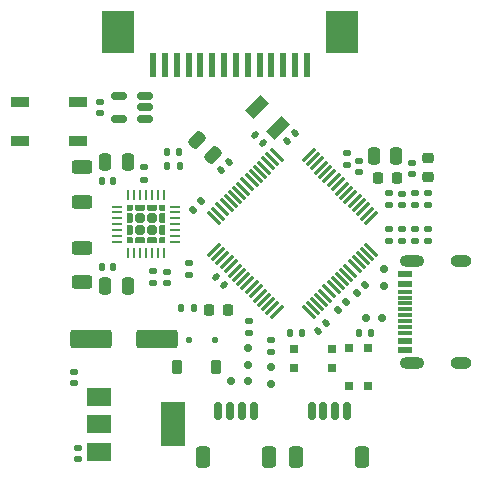
<source format=gbr>
%TF.GenerationSoftware,KiCad,Pcbnew,8.0.3*%
%TF.CreationDate,2024-10-19T15:47:34-04:00*%
%TF.ProjectId,Axis_Basic,41786973-5f42-4617-9369-632e6b696361,rev?*%
%TF.SameCoordinates,Original*%
%TF.FileFunction,Paste,Top*%
%TF.FilePolarity,Positive*%
%FSLAX46Y46*%
G04 Gerber Fmt 4.6, Leading zero omitted, Abs format (unit mm)*
G04 Created by KiCad (PCBNEW 8.0.3) date 2024-10-19 15:47:34*
%MOMM*%
%LPD*%
G01*
G04 APERTURE LIST*
G04 Aperture macros list*
%AMRoundRect*
0 Rectangle with rounded corners*
0 $1 Rounding radius*
0 $2 $3 $4 $5 $6 $7 $8 $9 X,Y pos of 4 corners*
0 Add a 4 corners polygon primitive as box body*
4,1,4,$2,$3,$4,$5,$6,$7,$8,$9,$2,$3,0*
0 Add four circle primitives for the rounded corners*
1,1,$1+$1,$2,$3*
1,1,$1+$1,$4,$5*
1,1,$1+$1,$6,$7*
1,1,$1+$1,$8,$9*
0 Add four rect primitives between the rounded corners*
20,1,$1+$1,$2,$3,$4,$5,0*
20,1,$1+$1,$4,$5,$6,$7,0*
20,1,$1+$1,$6,$7,$8,$9,0*
20,1,$1+$1,$8,$9,$2,$3,0*%
%AMRotRect*
0 Rectangle, with rotation*
0 The origin of the aperture is its center*
0 $1 length*
0 $2 width*
0 $3 Rotation angle, in degrees counterclockwise*
0 Add horizontal line*
21,1,$1,$2,0,0,$3*%
%AMFreePoly0*
4,1,19,0.227783,0.251568,0.266839,0.197812,0.272101,0.164589,0.272101,-0.075523,0.251568,-0.138717,0.240611,-0.151545,0.151545,-0.240611,0.092342,-0.270777,0.075523,-0.272101,-0.164589,-0.272101,-0.227783,-0.251568,-0.266839,-0.197812,-0.272101,-0.164589,-0.272101,0.164589,-0.251568,0.227783,-0.197812,0.266839,-0.164589,0.272101,0.164589,0.272101,0.227783,0.251568,0.227783,0.251568,
$1*%
%AMFreePoly1*
4,1,21,0.171029,0.383168,0.176512,0.378144,0.247133,0.307524,0.271777,0.254676,0.272101,0.247246,0.272101,-0.247246,0.252157,-0.302041,0.247133,-0.307524,0.176512,-0.378144,0.123663,-0.402788,0.116234,-0.403112,-0.186855,-0.403112,-0.241650,-0.383168,-0.270806,-0.332669,-0.272101,-0.317866,-0.272101,0.317866,-0.252157,0.372661,-0.201658,0.401817,-0.186855,0.403112,0.116234,0.403112,
0.171029,0.383168,0.171029,0.383168,$1*%
%AMFreePoly2*
4,1,19,0.138717,0.251568,0.151545,0.240611,0.240611,0.151545,0.270777,0.092342,0.272101,0.075523,0.272101,-0.164589,0.251568,-0.227783,0.197812,-0.266839,0.164589,-0.272101,-0.164589,-0.272101,-0.227783,-0.251568,-0.266839,-0.197812,-0.272101,-0.164589,-0.272101,0.164589,-0.251568,0.227783,-0.197812,0.266839,-0.164589,0.272101,0.075523,0.272101,0.138717,0.251568,0.138717,0.251568,
$1*%
%AMFreePoly3*
4,1,21,0.372661,0.252157,0.401817,0.201658,0.403112,0.186855,0.403112,-0.116234,0.383168,-0.171029,0.378144,-0.176512,0.307524,-0.247133,0.254676,-0.271777,0.247246,-0.272101,-0.247246,-0.272101,-0.302041,-0.252157,-0.307524,-0.247133,-0.378144,-0.176512,-0.402788,-0.123663,-0.403112,-0.116234,-0.403112,0.186855,-0.383168,0.241650,-0.332669,0.270806,-0.317866,0.272101,0.317866,0.272101,
0.372661,0.252157,0.372661,0.252157,$1*%
%AMFreePoly4*
4,1,21,0.302041,0.252157,0.307524,0.247133,0.378144,0.176512,0.402788,0.123663,0.403112,0.116234,0.403112,-0.186855,0.383168,-0.241650,0.332669,-0.270806,0.317866,-0.272101,-0.317866,-0.272101,-0.372661,-0.252157,-0.401817,-0.201658,-0.403112,-0.186855,-0.403112,0.116234,-0.383168,0.171029,-0.378144,0.176512,-0.307524,0.247133,-0.254676,0.271777,-0.247246,0.272101,0.247246,0.272101,
0.302041,0.252157,0.302041,0.252157,$1*%
%AMFreePoly5*
4,1,19,0.227783,0.251568,0.266839,0.197812,0.272101,0.164589,0.272101,-0.164589,0.251568,-0.227783,0.197812,-0.266839,0.164589,-0.272101,-0.075523,-0.272101,-0.138717,-0.251568,-0.151545,-0.240611,-0.240611,-0.151545,-0.270777,-0.092342,-0.272101,-0.075523,-0.272101,0.164589,-0.251568,0.227783,-0.197812,0.266839,-0.164589,0.272101,0.164589,0.272101,0.227783,0.251568,0.227783,0.251568,
$1*%
%AMFreePoly6*
4,1,21,0.241650,0.383168,0.270806,0.332669,0.272101,0.317866,0.272101,-0.317866,0.252157,-0.372661,0.201658,-0.401817,0.186855,-0.403112,-0.116234,-0.403112,-0.171029,-0.383168,-0.176512,-0.378144,-0.247133,-0.307524,-0.271777,-0.254676,-0.272101,-0.247246,-0.272101,0.247246,-0.252157,0.302041,-0.247133,0.307524,-0.176512,0.378144,-0.123663,0.402788,-0.116234,0.403112,0.186855,0.403112,
0.241650,0.383168,0.241650,0.383168,$1*%
%AMFreePoly7*
4,1,19,0.227783,0.251568,0.266839,0.197812,0.272101,0.164589,0.272101,-0.164589,0.251568,-0.227783,0.197812,-0.266839,0.164589,-0.272101,-0.164589,-0.272101,-0.227783,-0.251568,-0.266839,-0.197812,-0.272101,-0.164589,-0.272101,0.075523,-0.251568,0.138717,-0.240611,0.151545,-0.151545,0.240611,-0.092342,0.270777,-0.075523,0.272101,0.164589,0.272101,0.227783,0.251568,0.227783,0.251568,
$1*%
G04 Aperture macros list end*
%ADD10RoundRect,0.140000X-0.021213X0.219203X-0.219203X0.021213X0.021213X-0.219203X0.219203X-0.021213X0*%
%ADD11RoundRect,0.135000X-0.185000X0.135000X-0.185000X-0.135000X0.185000X-0.135000X0.185000X0.135000X0*%
%ADD12RoundRect,0.140000X0.170000X-0.140000X0.170000X0.140000X-0.170000X0.140000X-0.170000X-0.140000X0*%
%ADD13RoundRect,0.150000X-0.150000X-0.625000X0.150000X-0.625000X0.150000X0.625000X-0.150000X0.625000X0*%
%ADD14RoundRect,0.250000X-0.350000X-0.650000X0.350000X-0.650000X0.350000X0.650000X-0.350000X0.650000X0*%
%ADD15RoundRect,0.150000X0.200000X-0.150000X0.200000X0.150000X-0.200000X0.150000X-0.200000X-0.150000X0*%
%ADD16RoundRect,0.135000X0.185000X-0.135000X0.185000X0.135000X-0.185000X0.135000X-0.185000X-0.135000X0*%
%ADD17R,0.750000X0.700000*%
%ADD18RoundRect,0.250000X0.625000X-0.312500X0.625000X0.312500X-0.625000X0.312500X-0.625000X-0.312500X0*%
%ADD19RoundRect,0.250000X0.250000X0.475000X-0.250000X0.475000X-0.250000X-0.475000X0.250000X-0.475000X0*%
%ADD20FreePoly0,90.000000*%
%ADD21FreePoly1,90.000000*%
%ADD22FreePoly2,90.000000*%
%ADD23FreePoly3,90.000000*%
%ADD24RoundRect,0.201557X0.201556X-0.201556X0.201556X0.201556X-0.201556X0.201556X-0.201556X-0.201556X0*%
%ADD25FreePoly4,90.000000*%
%ADD26FreePoly5,90.000000*%
%ADD27FreePoly6,90.000000*%
%ADD28FreePoly7,90.000000*%
%ADD29RoundRect,0.062500X0.062500X-0.337500X0.062500X0.337500X-0.062500X0.337500X-0.062500X-0.337500X0*%
%ADD30RoundRect,0.062500X0.337500X-0.062500X0.337500X0.062500X-0.337500X0.062500X-0.337500X-0.062500X0*%
%ADD31R,0.610000X2.000000*%
%ADD32R,2.680000X3.600000*%
%ADD33RoundRect,0.140000X-0.170000X0.140000X-0.170000X-0.140000X0.170000X-0.140000X0.170000X0.140000X0*%
%ADD34RoundRect,0.150000X0.512500X0.150000X-0.512500X0.150000X-0.512500X-0.150000X0.512500X-0.150000X0*%
%ADD35RoundRect,0.135000X0.135000X0.185000X-0.135000X0.185000X-0.135000X-0.185000X0.135000X-0.185000X0*%
%ADD36RoundRect,0.140000X0.140000X0.170000X-0.140000X0.170000X-0.140000X-0.170000X0.140000X-0.170000X0*%
%ADD37RoundRect,0.218750X-0.218750X-0.256250X0.218750X-0.256250X0.218750X0.256250X-0.218750X0.256250X0*%
%ADD38R,2.000000X1.500000*%
%ADD39R,2.000000X3.800000*%
%ADD40RoundRect,0.135000X0.035355X-0.226274X0.226274X-0.035355X-0.035355X0.226274X-0.226274X0.035355X0*%
%ADD41RoundRect,0.250000X-0.250000X-0.475000X0.250000X-0.475000X0.250000X0.475000X-0.250000X0.475000X0*%
%ADD42RoundRect,0.150000X-0.150000X-0.200000X0.150000X-0.200000X0.150000X0.200000X-0.150000X0.200000X0*%
%ADD43RoundRect,0.250000X1.500000X0.550000X-1.500000X0.550000X-1.500000X-0.550000X1.500000X-0.550000X0*%
%ADD44RoundRect,0.225000X-0.225000X-0.375000X0.225000X-0.375000X0.225000X0.375000X-0.225000X0.375000X0*%
%ADD45RoundRect,0.140000X-0.219203X-0.021213X-0.021213X-0.219203X0.219203X0.021213X0.021213X0.219203X0*%
%ADD46RoundRect,0.218750X0.256250X-0.218750X0.256250X0.218750X-0.256250X0.218750X-0.256250X-0.218750X0*%
%ADD47R,0.700000X0.750000*%
%ADD48RoundRect,0.135000X-0.135000X-0.185000X0.135000X-0.185000X0.135000X0.185000X-0.135000X0.185000X0*%
%ADD49RoundRect,0.075000X-0.521491X0.415425X0.415425X-0.521491X0.521491X-0.415425X-0.415425X0.521491X0*%
%ADD50RoundRect,0.075000X-0.521491X-0.415425X-0.415425X-0.521491X0.521491X0.415425X0.415425X0.521491X0*%
%ADD51RoundRect,0.250000X0.512652X0.159099X0.159099X0.512652X-0.512652X-0.159099X-0.159099X-0.512652X0*%
%ADD52RoundRect,0.140000X0.021213X-0.219203X0.219203X-0.021213X-0.021213X0.219203X-0.219203X0.021213X0*%
%ADD53RoundRect,0.125000X-0.125000X-0.125000X0.125000X-0.125000X0.125000X0.125000X-0.125000X0.125000X0*%
%ADD54R,1.500000X0.900000*%
%ADD55RoundRect,0.135000X-0.035355X0.226274X-0.226274X0.035355X0.035355X-0.226274X0.226274X-0.035355X0*%
%ADD56R,1.150000X0.600000*%
%ADD57R,1.150000X0.300000*%
%ADD58O,2.100000X1.000000*%
%ADD59O,1.800000X1.000000*%
%ADD60RoundRect,0.150000X0.150000X0.200000X-0.150000X0.200000X-0.150000X-0.200000X0.150000X-0.200000X0*%
%ADD61RoundRect,0.250000X-0.625000X0.312500X-0.625000X-0.312500X0.625000X-0.312500X0.625000X0.312500X0*%
%ADD62RotRect,1.000000X1.800000X315.000000*%
%ADD63RoundRect,0.150000X-0.200000X0.150000X-0.200000X-0.150000X0.200000X-0.150000X0.200000X0.150000X0*%
G04 APERTURE END LIST*
D10*
%TO.C,C8*%
X158239411Y-107560589D03*
X157560589Y-108239411D03*
%TD*%
D11*
%TO.C,R11*%
X151700000Y-107390000D03*
X151700000Y-108410000D03*
%TD*%
%TO.C,R7*%
X166900000Y-99590000D03*
X166900000Y-100610000D03*
%TD*%
D12*
%TO.C,C1*%
X136900000Y-112680000D03*
X136900000Y-111720000D03*
%TD*%
D13*
%TO.C,J3*%
X157000000Y-115025000D03*
X158000000Y-115025000D03*
X159000000Y-115025000D03*
X160000000Y-115025000D03*
D14*
X155700000Y-118900000D03*
X161300000Y-118900000D03*
%TD*%
D15*
%TO.C,D4*%
X151600000Y-109700000D03*
X151600000Y-111100000D03*
%TD*%
D16*
%TO.C,R3*%
X163600000Y-100610000D03*
X163600000Y-99590000D03*
%TD*%
D17*
%TO.C,SW1*%
X160200000Y-112900000D03*
X160200000Y-109700000D03*
X161800000Y-112900000D03*
X161800000Y-109700000D03*
%TD*%
D12*
%TO.C,C9*%
X161000000Y-94780000D03*
X161000000Y-93820000D03*
%TD*%
D18*
%TO.C,R21*%
X137537470Y-97291912D03*
X137537470Y-94366912D03*
%TD*%
D19*
%TO.C,C18*%
X141450000Y-93950000D03*
X139550000Y-93950000D03*
%TD*%
D16*
%TO.C,R6*%
X160000000Y-94210000D03*
X160000000Y-93190000D03*
%TD*%
%TO.C,R16*%
X142800000Y-95410000D03*
X142800000Y-94390000D03*
%TD*%
D20*
%TO.C,U4*%
X141650000Y-100537500D03*
D21*
X142487500Y-100537500D03*
X143487500Y-100537500D03*
D22*
X144325000Y-100537500D03*
D23*
X141650000Y-99700000D03*
D24*
X142487500Y-99700000D03*
X143487500Y-99700000D03*
D25*
X144325000Y-99700000D03*
D23*
X141650000Y-98700000D03*
D24*
X142487500Y-98700000D03*
X143487500Y-98700000D03*
D25*
X144325000Y-98700000D03*
D26*
X141650000Y-97862500D03*
D27*
X142487500Y-97862500D03*
X143487500Y-97862500D03*
D28*
X144325000Y-97862500D03*
D29*
X141487500Y-101650000D03*
X141987500Y-101650000D03*
X142487500Y-101650000D03*
X142987500Y-101650000D03*
X143487500Y-101650000D03*
X143987500Y-101650000D03*
X144487500Y-101650000D03*
D30*
X145437500Y-100700000D03*
X145437500Y-100200000D03*
X145437500Y-99700000D03*
X145437500Y-99200000D03*
X145437500Y-98700000D03*
X145437500Y-98200000D03*
X145437500Y-97700000D03*
D29*
X144487500Y-96750000D03*
X143987500Y-96750000D03*
X143487500Y-96750000D03*
X142987500Y-96750000D03*
X142487500Y-96750000D03*
X141987500Y-96750000D03*
X141487500Y-96750000D03*
D30*
X140537500Y-97700000D03*
X140537500Y-98200000D03*
X140537500Y-98700000D03*
X140537500Y-99200000D03*
X140537500Y-99700000D03*
X140537500Y-100200000D03*
X140537500Y-100700000D03*
%TD*%
D31*
%TO.C,J6*%
X156600000Y-85750000D03*
X155600000Y-85750000D03*
X154600000Y-85750000D03*
X153600000Y-85750000D03*
X152600000Y-85750000D03*
X151600000Y-85750000D03*
X150600000Y-85750000D03*
X149600000Y-85750000D03*
X148600000Y-85750000D03*
X147600000Y-85750000D03*
X146600000Y-85750000D03*
X145600000Y-85750000D03*
X144600000Y-85750000D03*
X143600000Y-85750000D03*
D32*
X159590000Y-82950000D03*
X140610000Y-82950000D03*
%TD*%
D33*
%TO.C,C14*%
X146600000Y-102520000D03*
X146600000Y-103480000D03*
%TD*%
D34*
%TO.C,U5*%
X142937500Y-90250000D03*
X142937500Y-89300000D03*
X142937500Y-88350000D03*
X140662500Y-88350000D03*
X140662500Y-90250000D03*
%TD*%
D33*
%TO.C,C4*%
X137200000Y-118120000D03*
X137200000Y-119080000D03*
%TD*%
D35*
%TO.C,R19*%
X147010000Y-106300000D03*
X145990000Y-106300000D03*
%TD*%
D36*
%TO.C,C17*%
X140180000Y-102850000D03*
X139220000Y-102850000D03*
%TD*%
D37*
%TO.C,L1*%
X162625000Y-95300000D03*
X164200000Y-95300000D03*
%TD*%
D16*
%TO.C,R13*%
X165800000Y-97610000D03*
X165800000Y-96590000D03*
%TD*%
D38*
%TO.C,U2*%
X139000000Y-113850000D03*
X139000000Y-116150000D03*
D39*
X145300000Y-116150000D03*
D38*
X139000000Y-118450000D03*
%TD*%
D10*
%TO.C,C2*%
X155639411Y-91460589D03*
X154960589Y-92139411D03*
%TD*%
D40*
%TO.C,R10*%
X159239376Y-106460624D03*
X159960624Y-105739376D03*
%TD*%
D41*
%TO.C,C5*%
X162250000Y-93400000D03*
X164150000Y-93400000D03*
%TD*%
D11*
%TO.C,R12*%
X153600000Y-108990000D03*
X153600000Y-110010000D03*
%TD*%
D42*
%TO.C,D7*%
X163000000Y-107100000D03*
X161600000Y-107100000D03*
%TD*%
D43*
%TO.C,C21*%
X143900000Y-108950000D03*
X138300000Y-108950000D03*
%TD*%
D37*
%TO.C,D9*%
X148312500Y-106500000D03*
X149887500Y-106500000D03*
%TD*%
D33*
%TO.C,C12*%
X164700000Y-96620000D03*
X164700000Y-97580000D03*
%TD*%
D35*
%TO.C,R2*%
X162010000Y-108400000D03*
X160990000Y-108400000D03*
%TD*%
D13*
%TO.C,J4*%
X149100000Y-115000000D03*
X150100000Y-115000000D03*
X151100000Y-115000000D03*
X152100000Y-115000000D03*
D14*
X147800000Y-118875000D03*
X153400000Y-118875000D03*
%TD*%
D44*
%TO.C,D2*%
X145650000Y-111300000D03*
X148950000Y-111300000D03*
%TD*%
D45*
%TO.C,C11*%
X148910589Y-103660589D03*
X149589411Y-104339411D03*
%TD*%
D16*
%TO.C,R14*%
X163600000Y-97610000D03*
X163600000Y-96590000D03*
%TD*%
D46*
%TO.C,D6*%
X166900000Y-95187500D03*
X166900000Y-93612500D03*
%TD*%
D47*
%TO.C,SW2*%
X158700000Y-111400000D03*
X155500000Y-111400000D03*
X158700000Y-109800000D03*
X155500000Y-109800000D03*
%TD*%
D19*
%TO.C,C20*%
X141450000Y-104400000D03*
X139550000Y-104400000D03*
%TD*%
D33*
%TO.C,C6*%
X165500000Y-94020000D03*
X165500000Y-94980000D03*
%TD*%
D12*
%TO.C,C15*%
X144800000Y-104180000D03*
X144800000Y-103220000D03*
%TD*%
D15*
%TO.C,D3*%
X153600000Y-111300000D03*
X153600000Y-112700000D03*
%TD*%
D48*
%TO.C,R4*%
X144790000Y-93100000D03*
X145810000Y-93100000D03*
%TD*%
D49*
%TO.C,U3*%
X154047658Y-93344357D03*
X153694105Y-93697911D03*
X153340551Y-94051464D03*
X152986998Y-94405018D03*
X152633445Y-94758571D03*
X152279891Y-95112124D03*
X151926338Y-95465678D03*
X151572785Y-95819231D03*
X151219231Y-96172785D03*
X150865678Y-96526338D03*
X150512124Y-96879891D03*
X150158571Y-97233445D03*
X149805018Y-97586998D03*
X149451464Y-97940551D03*
X149097911Y-98294105D03*
X148744357Y-98647658D03*
D50*
X148744357Y-101352342D03*
X149097911Y-101705895D03*
X149451464Y-102059449D03*
X149805018Y-102413002D03*
X150158571Y-102766555D03*
X150512124Y-103120109D03*
X150865678Y-103473662D03*
X151219231Y-103827215D03*
X151572785Y-104180769D03*
X151926338Y-104534322D03*
X152279891Y-104887876D03*
X152633445Y-105241429D03*
X152986998Y-105594982D03*
X153340551Y-105948536D03*
X153694105Y-106302089D03*
X154047658Y-106655643D03*
D49*
X156752342Y-106655643D03*
X157105895Y-106302089D03*
X157459449Y-105948536D03*
X157813002Y-105594982D03*
X158166555Y-105241429D03*
X158520109Y-104887876D03*
X158873662Y-104534322D03*
X159227215Y-104180769D03*
X159580769Y-103827215D03*
X159934322Y-103473662D03*
X160287876Y-103120109D03*
X160641429Y-102766555D03*
X160994982Y-102413002D03*
X161348536Y-102059449D03*
X161702089Y-101705895D03*
X162055643Y-101352342D03*
D50*
X162055643Y-98647658D03*
X161702089Y-98294105D03*
X161348536Y-97940551D03*
X160994982Y-97586998D03*
X160641429Y-97233445D03*
X160287876Y-96879891D03*
X159934322Y-96526338D03*
X159580769Y-96172785D03*
X159227215Y-95819231D03*
X158873662Y-95465678D03*
X158520109Y-95112124D03*
X158166555Y-94758571D03*
X157813002Y-94405018D03*
X157459449Y-94051464D03*
X157105895Y-93697911D03*
X156752342Y-93344357D03*
%TD*%
D33*
%TO.C,C19*%
X139100000Y-88820000D03*
X139100000Y-89780000D03*
%TD*%
D11*
%TO.C,R18*%
X166900000Y-96590000D03*
X166900000Y-97610000D03*
%TD*%
D35*
%TO.C,R17*%
X156220000Y-108400000D03*
X155200000Y-108400000D03*
%TD*%
D36*
%TO.C,C16*%
X140180000Y-95500000D03*
X139220000Y-95500000D03*
%TD*%
D51*
%TO.C,C7*%
X148671751Y-93371751D03*
X147328249Y-92028249D03*
%TD*%
D45*
%TO.C,C3*%
X152210589Y-91610589D03*
X152889411Y-92289411D03*
%TD*%
D33*
%TO.C,C13*%
X143600000Y-103170000D03*
X143600000Y-104130000D03*
%TD*%
D52*
%TO.C,C10*%
X149360589Y-94639411D03*
X150039411Y-93960589D03*
%TD*%
D53*
%TO.C,D1*%
X146600000Y-109000000D03*
X148800000Y-109000000D03*
%TD*%
D54*
%TO.C,D10*%
X132350000Y-88850000D03*
X132350000Y-92150000D03*
X137250000Y-92150000D03*
X137250000Y-88850000D03*
%TD*%
D35*
%TO.C,R5*%
X145825000Y-94240000D03*
X144805000Y-94240000D03*
%TD*%
D16*
%TO.C,R8*%
X165800000Y-100610000D03*
X165800000Y-99590000D03*
%TD*%
D55*
%TO.C,R15*%
X147660624Y-97239376D03*
X146939376Y-97960624D03*
%TD*%
D56*
%TO.C,J1*%
X164920000Y-109850000D03*
X164920000Y-109050000D03*
D57*
X164920000Y-107900000D03*
X164920000Y-106900000D03*
X164920000Y-106400000D03*
X164920000Y-105400000D03*
D56*
X164920000Y-104250000D03*
X164920000Y-103450000D03*
X164920000Y-103450000D03*
X164920000Y-104250000D03*
D57*
X164920000Y-104900000D03*
X164920000Y-105900000D03*
X164920000Y-107400000D03*
X164920000Y-108400000D03*
D56*
X164920000Y-109050000D03*
X164920000Y-109850000D03*
D58*
X165495000Y-110970000D03*
D59*
X169675000Y-110970000D03*
D58*
X165495000Y-102330000D03*
D59*
X169675000Y-102330000D03*
%TD*%
D60*
%TO.C,D5*%
X150200000Y-112500000D03*
X151600000Y-112500000D03*
%TD*%
D61*
%TO.C,R20*%
X137537470Y-101166912D03*
X137537470Y-104091912D03*
%TD*%
D40*
%TO.C,R9*%
X160839376Y-105060624D03*
X161560624Y-104339376D03*
%TD*%
D62*
%TO.C,Y1*%
X154183883Y-91033883D03*
X152416117Y-89266117D03*
%TD*%
D11*
%TO.C,R1*%
X164700000Y-99590000D03*
X164700000Y-100610000D03*
%TD*%
D63*
%TO.C,D8*%
X163100000Y-104400000D03*
X163100000Y-103000000D03*
%TD*%
M02*

</source>
